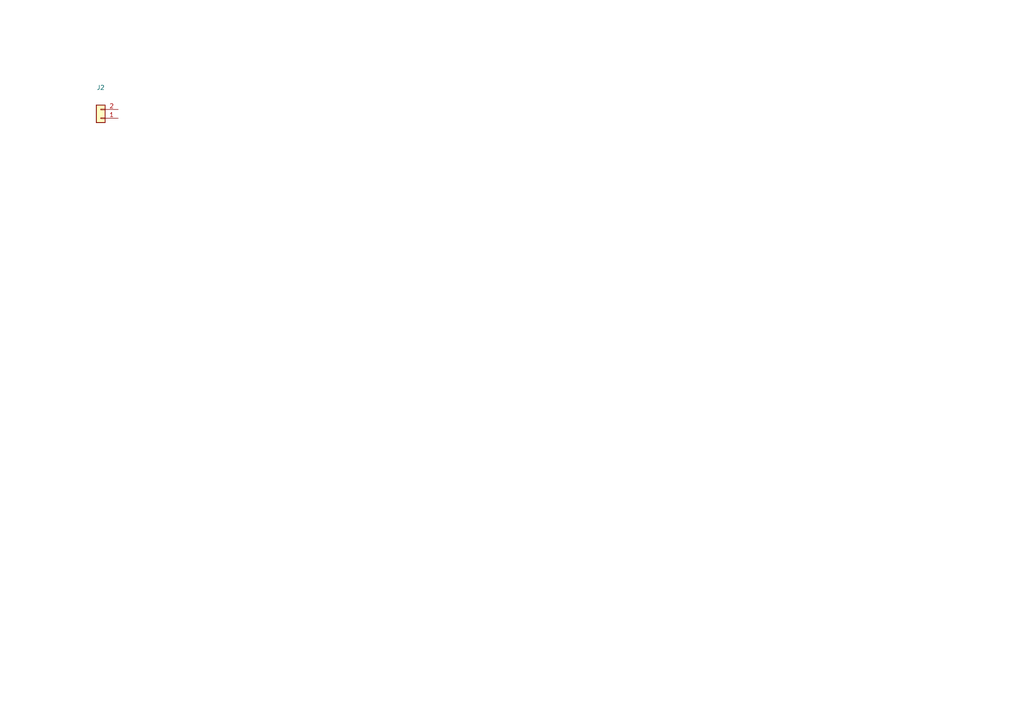
<source format=kicad_sch>
(kicad_sch (version 20231120) (generator "eeschema") (generator_version "8.0")
  (paper "A4")
  (title_block (title "Puissance (carte-io)") (date "2024-10-09") (rev "1.0") (company "INSA - GEI"))
  (lib_symbols
    (symbol "Connector_Generic:Conn_01x02" (pin_names (offset 1.016) hide)
      (property "Reference" "J" (at 0 2.54 0))
      (property "Value" "Conn_01x02" (at 0 -5.08 0))
      (symbol "Conn_01x02_1_1"
        (rectangle (start -1.27 -2.413) (end 0 -2.667) (stroke (width 0.1524)))
        (rectangle (start -1.27 0.127) (end 0 -0.127) (stroke (width 0.1524)))
        (rectangle (start -1.27 1.27) (end 1.27 -3.81) (stroke (width 0.254)) (fill (type background)))
        (pin passive line (at -5.08 0 0) (length 3.81) (name "Pin_1") (number "1"))
        (pin passive line (at -5.08 -2.54 0) (length 3.81) (name "Pin_2") (number "2"))
      )
    )
  )
  (symbol (lib_id "Connector_Generic:Conn_01x02") (at 29.21 34.29 180) (unit 1)
    (property "Reference" "J2" (at 29.21 25.4 0))
    (property "Value" "Conn_01x02" (effects (hide yes)))
    (property "Footprint" "Connector_Wuerth:Wuerth_WR-WTB_64800211622_1x02_P1.50mm_Vertical" (effects (hide yes)))
    (property "Description" "Generic connector, single row, 01x02, script generated (kicad-library-utils/schlib/autogen/connector/)" (effects (hide yes)))
  )
)
</source>
